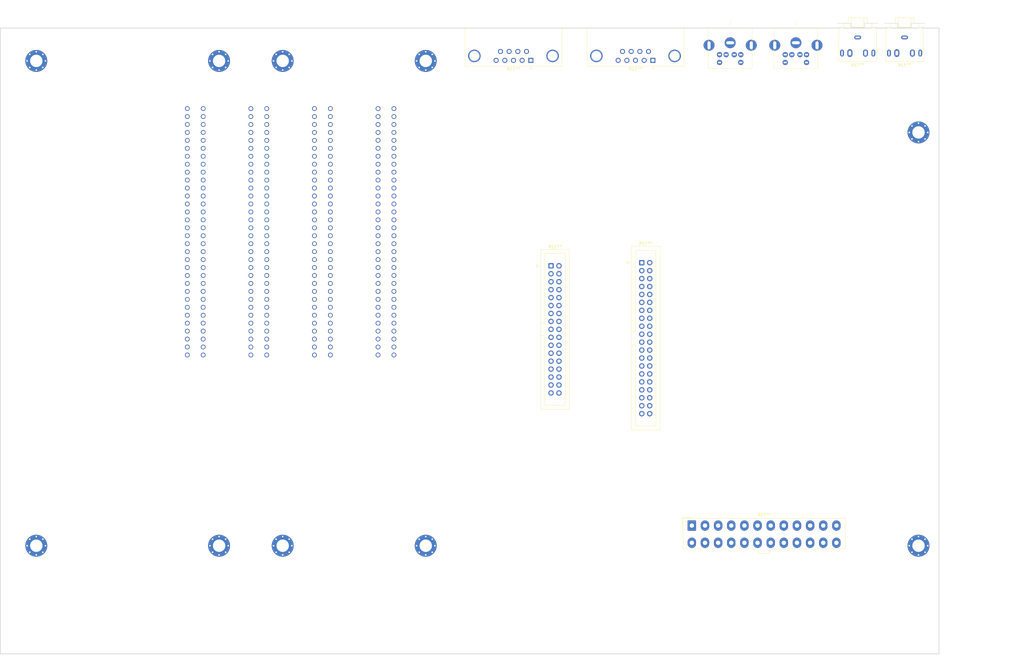
<source format=kicad_pcb>
(kicad_pcb (version 20241229) (generator "pcbnew") (generator_version "9.0")
  (title_block (title "Decimal ATX Motherboard (dATX)") (date "2025-08-10") (rev "0") (company "Jules Carboni") (comment 1 "dATX:   300×200 mm") (comment 2 "ISO A4: 297×210 mm"))
  (layers (0 "F.Cu" signal) (2 "B.Cu" signal) (13 "F.Paste" user) (15 "B.Paste" user) (5 "F.SilkS" user "F.Silkscreen") (7 "B.SilkS" user "B.Silkscreen") (1 "F.Mask" user) (3 "B.Mask" user) (25 "Edge.Cuts" user))
  (net 0 "")
  (footprint "HOLE" (layer "F.Cu") (at 119.92 40.5)
    (property "Reference" "")
    (property "Value" "")
  )
  (footprint "HOLE" (layer "F.Cu") (at 61.5 195.44)
    (property "Reference" "")
    (property "Value" "")
  )
  (footprint "Connector_Dsub:DSUB-9_Pins_Horizontal_P2.77x2.84mm_EdgePinOffset7.70mm_Housed_MountingHolesOffset9.12mm" (layer "F.Cu") (at 219.54 40.325331 180)
    (property "Reference" "REF**")
    (property "Value" "DSUB-9_Pins_Horizontal_P2.77x2.84mm_EdgePinOffset7.70mm_Housed_MountingHolesOffset9.12mm")
  )
  (footprint "HOLE" (layer "F.Cu") (at 185.96 40.5)
    (property "Reference" "")
    (property "Value" "")
  )
  (footprint "HOLE" (layer "F.Cu") (at 343.44 195.44)
    (property "Reference" "")
    (property "Value" "")
  )
  (footprint "Connector_IDC:IDC-Header_2x20_P2.54mm_Vertical" (layer "F.Cu") (at 255 104.98)
    (property "Reference" "REF**")
    (property "Value" "IDC-Header_2x20_P2.54mm_Vertical")
  )
  (footprint "HOLE" (layer "F.Cu") (at 61.5 40.5)
    (property "Reference" "")
    (property "Value" "")
  )
  (footprint "Connector_Audio:Jack_3.5mm_CUI_SJ1-3525N_Horizontal" (layer "F.Cu") (at 324 33 180)
    (property "Reference" "REF**")
    (property "Value" "Jack_3.5mm_CUI_SJ1-3525N_Horizontal")
    (fp_line (start 2.2 4.5) (end 6.5 4.5) (stroke (width 0.12)) (layer "Edge.Cuts"))
    (fp_line (start 2.2 3.5) (end 2.2 4.5) (stroke (width 0.12)) (layer "Edge.Cuts"))
    (fp_line (start 1.8 3.1) (end -1.8 3.1) (stroke (width 0.12)) (layer "Edge.Cuts"))
    (fp_line (start -2.2 4.5) (end -6.5 4.5) (stroke (width 0.12)) (layer "Edge.Cuts"))
    (fp_line (start -2.2 3.5) (end -2.2 4.5) (stroke (width 0.12)) (layer "Edge.Cuts"))
    (fp_arc (start 1.8 3.1) (mid 2.082843 3.217157) (end 2.2 3.5) (stroke (width 0.12)) (layer "Edge.Cuts"))
    (fp_arc (start -2.2 3.5) (mid -2.082842 3.217158) (end -1.8 3.1) (stroke (width 0.12)) (layer "Edge.Cuts"))
  )
  (footprint "Carboni_Library:JC64_Bus_8b" (layer "F.Cu") (at 132.6152 55.74)
    (property "Reference" "")
    (property "Value" "")
  )
  (footprint "HOLE" (layer "F.Cu") (at 140.24 40.5)
    (property "Reference" "")
    (property "Value" "")
  )
  (footprint "HOLE" (layer "F.Cu") (at 185.96 195.44)
    (property "Reference" "")
    (property "Value" "")
  )
  (footprint "Connector_Dsub:DSUB-9_Pins_Horizontal_P2.77x2.84mm_EdgePinOffset7.70mm_Housed_MountingHolesOffset9.12mm" (layer "F.Cu") (at 258.54 40.325331 180)
    (property "Reference" "REF**")
    (property "Value" "DSUB-9_Pins_Horizontal_P2.77x2.84mm_EdgePinOffset7.70mm_Housed_MountingHolesOffset9.12mm")
  )
  (footprint "Connector_Audio:Jack_3.5mm_CUI_SJ1-3525N_Horizontal" (layer "F.Cu") (at 339 33 180)
    (property "Reference" "REF**")
    (property "Value" "Jack_3.5mm_CUI_SJ1-3525N_Horizontal")
    (fp_line (start 2.2 4.5) (end 6.5 4.5) (stroke (width 0.12)) (layer "Edge.Cuts"))
    (fp_line (start 2.2 3.5) (end 2.2 4.5) (stroke (width 0.12)) (layer "Edge.Cuts"))
    (fp_line (start 1.8 3.1) (end -1.8 3.1) (stroke (width 0.12)) (layer "Edge.Cuts"))
    (fp_line (start -2.2 4.5) (end -6.5 4.5) (stroke (width 0.12)) (layer "Edge.Cuts"))
    (fp_line (start -2.2 3.5) (end -2.2 4.5) (stroke (width 0.12)) (layer "Edge.Cuts"))
    (fp_arc (start 1.8 3.1) (mid 2.082843 3.217157) (end 2.2 3.5) (stroke (width 0.12)) (layer "Edge.Cuts"))
    (fp_arc (start -2.2 3.5) (mid -2.082842 3.217158) (end -1.8 3.1) (stroke (width 0.12)) (layer "Edge.Cuts"))
  )
  (footprint "HOLE" (layer "F.Cu") (at 140.24 195.44)
    (property "Reference" "")
    (property "Value" "")
  )
  (footprint "Carboni_Library:JC64_Bus_8b" (layer "F.Cu") (at 152.9352 55.74)
    (property "Reference" "")
    (property "Value" "")
  )
  (footprint "Connector_IDC:IDC-Header_2x17_P2.54mm_Vertical" (layer "F.Cu") (at 226 105.98)
    (property "Reference" "REF**")
    (property "Value" "IDC-Header_2x17_P2.54mm_Vertical")
  )
  (footprint "HOLE" (layer "F.Cu") (at 119.92 195.44)
    (property "Reference" "")
    (property "Value" "")
  )
  (footprint "Carboni_Library:JC64_Bus_8b" (layer "F.Cu") (at 173.2552 55.74)
    (property "Reference" "")
    (property "Value" "")
  )
  (footprint "HOLE" (layer "F.Cu") (at 343.44 63.36)
    (property "Reference" "")
    (property "Value" "")
  )
  (footprint "Carboni_Library:Mini_DIN_6" (layer "F.Cu") (at 283.25 30)
    (property "Reference" "J")
    (property "Value" "Mini-DIN-6")
  )
  (footprint "Carboni_Library:JC64_Bus_8b" (layer "F.Cu") (at 112.2952 55.74)
    (property "Reference" "")
    (property "Value" "")
  )
  (footprint "Connector_Molex:Molex_Mini-Fit_Jr_5566-24A_2x12_P4.20mm_Vertical" (layer "F.Cu") (at 271 189)
    (property "Reference" "REF**")
    (property "Value" "Molex_Mini-Fit_Jr_5566-24A_2x12_P4.20mm_Vertical")
  )
  (footprint "Carboni_Library:Mini_DIN_6" (layer "F.Cu") (at 304.25 30)
    (property "Reference" "J")
    (property "Value" "Mini-DIN-6")
  )
  (gr_rect (start 50 30) (end 350 230) (stroke (width 0.2)) (fill no) (layer "Edge.Cuts"))
)
</source>
